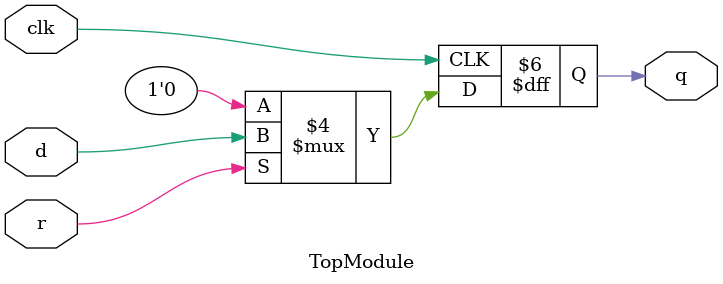
<source format=sv>

module TopModule (
  input clk,
  input d,
  input r,
  output logic q
);

reg q; // internal signal for the flip flop's Q output

always @(posedge clk) begin
  if (!r) // if reset is high (active high), set Q to 0
    q <= 0;
  else // otherwise, assign Q to D
    q <= d;
end

assign q = q; // provide the output Q

endmodule

// VERILOG-EVAL: errant inclusion of module definition

</source>
